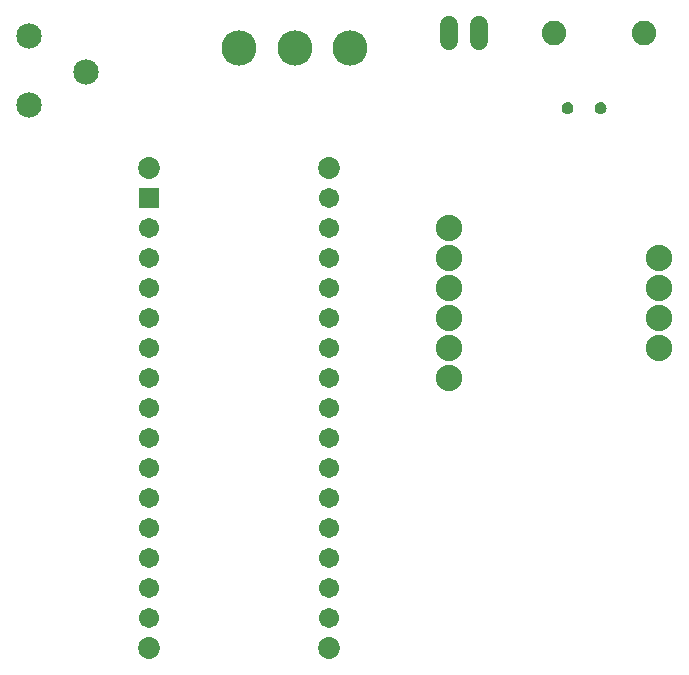
<source format=gbr>
G04 EAGLE Gerber RS-274X export*
G75*
%MOMM*%
%FSLAX34Y34*%
%LPD*%
%INSoldermask Top*%
%IPPOS*%
%AMOC8*
5,1,8,0,0,1.08239X$1,22.5*%
G01*
%ADD10C,1.524000*%
%ADD11C,2.153200*%
%ADD12R,1.711200X1.711200*%
%ADD13C,1.711200*%
%ADD14C,1.854200*%
%ADD15C,2.082800*%
%ADD16C,2.978200*%
%ADD17C,2.235200*%

G36*
X826736Y642677D02*
X826736Y642677D01*
X826811Y642674D01*
X827787Y642776D01*
X827835Y642790D01*
X827925Y642806D01*
X828854Y643122D01*
X828898Y643147D01*
X828983Y643183D01*
X829818Y643697D01*
X829855Y643731D01*
X829930Y643785D01*
X830630Y644473D01*
X830659Y644514D01*
X830719Y644583D01*
X831248Y645410D01*
X831267Y645456D01*
X831311Y645537D01*
X831643Y646460D01*
X831651Y646510D01*
X831676Y646599D01*
X831794Y647573D01*
X831791Y647623D01*
X831795Y647709D01*
X831700Y648711D01*
X831686Y648760D01*
X831670Y648850D01*
X831354Y649806D01*
X831330Y649851D01*
X831295Y649935D01*
X830773Y650796D01*
X830740Y650834D01*
X830687Y650909D01*
X829987Y651633D01*
X829946Y651662D01*
X829877Y651723D01*
X829034Y652273D01*
X828988Y652293D01*
X828907Y652337D01*
X827963Y652685D01*
X827913Y652694D01*
X827825Y652719D01*
X826827Y652849D01*
X826784Y652847D01*
X826658Y652848D01*
X825647Y652709D01*
X825599Y652693D01*
X825509Y652674D01*
X824554Y652312D01*
X824511Y652286D01*
X824427Y652248D01*
X823577Y651683D01*
X823540Y651648D01*
X823468Y651591D01*
X822764Y650852D01*
X822736Y650809D01*
X822678Y650738D01*
X822157Y649860D01*
X822139Y649813D01*
X822098Y649731D01*
X821785Y648759D01*
X821778Y648709D01*
X821757Y648620D01*
X821668Y647602D01*
X821673Y647552D01*
X821672Y647461D01*
X821803Y646497D01*
X821819Y646449D01*
X821838Y646360D01*
X822180Y645449D01*
X822206Y645406D01*
X822245Y645323D01*
X822782Y644511D01*
X822817Y644475D01*
X822873Y644402D01*
X823577Y643730D01*
X823619Y643703D01*
X823690Y643644D01*
X824526Y643146D01*
X824573Y643128D01*
X824655Y643088D01*
X825581Y642788D01*
X825631Y642781D01*
X825720Y642759D01*
X826689Y642673D01*
X826736Y642677D01*
G37*
G36*
X798745Y642677D02*
X798745Y642677D01*
X798820Y642674D01*
X799796Y642776D01*
X799844Y642790D01*
X799934Y642806D01*
X800863Y643122D01*
X800907Y643147D01*
X800992Y643183D01*
X801827Y643697D01*
X801864Y643731D01*
X801939Y643785D01*
X802639Y644473D01*
X802668Y644514D01*
X802728Y644583D01*
X803257Y645410D01*
X803276Y645456D01*
X803320Y645537D01*
X803652Y646460D01*
X803660Y646510D01*
X803685Y646599D01*
X803803Y647573D01*
X803800Y647623D01*
X803804Y647709D01*
X803709Y648711D01*
X803695Y648760D01*
X803679Y648850D01*
X803363Y649806D01*
X803339Y649851D01*
X803304Y649935D01*
X802782Y650796D01*
X802749Y650834D01*
X802696Y650909D01*
X801996Y651633D01*
X801955Y651662D01*
X801886Y651723D01*
X801043Y652273D01*
X800997Y652293D01*
X800916Y652337D01*
X799972Y652685D01*
X799922Y652694D01*
X799834Y652719D01*
X798836Y652849D01*
X798793Y652847D01*
X798667Y652848D01*
X797656Y652709D01*
X797608Y652693D01*
X797518Y652674D01*
X796563Y652312D01*
X796520Y652286D01*
X796436Y652248D01*
X795586Y651683D01*
X795549Y651648D01*
X795477Y651591D01*
X794773Y650852D01*
X794745Y650809D01*
X794687Y650738D01*
X794166Y649860D01*
X794148Y649813D01*
X794107Y649731D01*
X793794Y648759D01*
X793787Y648709D01*
X793766Y648620D01*
X793677Y647602D01*
X793682Y647552D01*
X793681Y647461D01*
X793812Y646497D01*
X793828Y646449D01*
X793847Y646360D01*
X794189Y645449D01*
X794215Y645406D01*
X794254Y645323D01*
X794791Y644511D01*
X794826Y644475D01*
X794882Y644402D01*
X795586Y643730D01*
X795628Y643703D01*
X795699Y643644D01*
X796535Y643146D01*
X796582Y643128D01*
X796664Y643088D01*
X797590Y642788D01*
X797640Y642781D01*
X797729Y642759D01*
X798698Y642673D01*
X798745Y642677D01*
G37*
D10*
X723900Y704596D02*
X723900Y717804D01*
X698500Y717804D02*
X698500Y704596D01*
D11*
X342900Y708500D03*
X342900Y650500D03*
X390900Y678500D03*
D12*
X444500Y571500D03*
D13*
X444500Y546100D03*
X444500Y520700D03*
X444500Y495300D03*
X444500Y469900D03*
X444500Y444500D03*
X444500Y419100D03*
X444500Y393700D03*
X444500Y368300D03*
X444500Y342900D03*
X444500Y317500D03*
X444500Y292100D03*
X596900Y571500D03*
X596900Y546100D03*
X596900Y520700D03*
X596900Y495300D03*
X596900Y469900D03*
X596900Y444500D03*
X596900Y393700D03*
X596900Y368300D03*
X596900Y317500D03*
X596900Y292100D03*
X596900Y342900D03*
X596900Y419100D03*
X444500Y266700D03*
X444500Y241300D03*
X444500Y215900D03*
X596900Y266700D03*
X596900Y241300D03*
X596900Y215900D03*
D14*
X444500Y190500D03*
X596900Y190500D03*
X596900Y596900D03*
X444500Y596900D03*
D15*
X863600Y711200D03*
X787400Y711200D03*
D16*
X520700Y698500D03*
X567700Y698500D03*
X614700Y698500D03*
D17*
X876300Y520700D03*
X876300Y495300D03*
X876300Y469900D03*
X876300Y444500D03*
X698500Y444500D03*
X698500Y419100D03*
X698500Y469900D03*
X698500Y495300D03*
X698500Y520700D03*
X698500Y546100D03*
M02*

</source>
